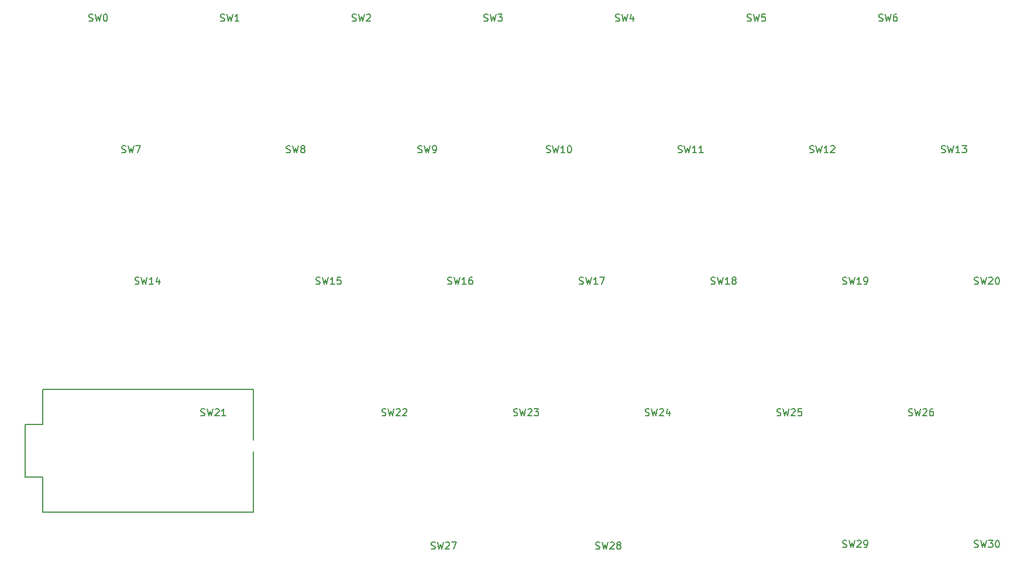
<source format=gto>
G04 #@! TF.GenerationSoftware,KiCad,Pcbnew,(5.0.0-3-g5ebb6b6)*
G04 #@! TF.CreationDate,2018-10-13T13:09:02+09:00*
G04 #@! TF.ProjectId,pakbd,70616B62642E6B696361645F70636200,1*
G04 #@! TF.SameCoordinates,Original*
G04 #@! TF.FileFunction,Legend,Top*
G04 #@! TF.FilePolarity,Positive*
%FSLAX46Y46*%
G04 Gerber Fmt 4.6, Leading zero omitted, Abs format (unit mm)*
G04 Created by KiCad (PCBNEW (5.0.0-3-g5ebb6b6)) date *
%MOMM*%
%LPD*%
G01*
G04 APERTURE LIST*
%ADD10C,0.150000*%
%ADD11C,2.160000*%
%ADD12C,4.400000*%
%ADD13C,3.400000*%
%ADD14R,16.900000X1.400000*%
%ADD15R,18.900000X1.400000*%
%ADD16C,3.600000*%
%ADD17C,1.797000*%
%ADD18C,2.000000*%
%ADD19R,2.000000X2.000000*%
%ADD20C,1.600000*%
%ADD21O,2.700000X1.900000*%
G04 APERTURE END LIST*
D10*
G04 #@! TO.C,U0*
X57610000Y-92060000D02*
X57610000Y-109840000D01*
X27130000Y-92060000D02*
X57610000Y-92060000D01*
X27130000Y-97140000D02*
X27130000Y-92060000D01*
X24590000Y-97140000D02*
X27130000Y-97140000D01*
X24590000Y-104760000D02*
X24590000Y-97140000D01*
X27130000Y-104760000D02*
X24590000Y-104760000D01*
X27130000Y-109840000D02*
X27130000Y-104760000D01*
X27130000Y-109840000D02*
X57610000Y-109840000D01*
G04 #@! TO.C,SW20*
X161957476Y-76818761D02*
X162100333Y-76866380D01*
X162338428Y-76866380D01*
X162433666Y-76818761D01*
X162481285Y-76771142D01*
X162528904Y-76675904D01*
X162528904Y-76580666D01*
X162481285Y-76485428D01*
X162433666Y-76437809D01*
X162338428Y-76390190D01*
X162147952Y-76342571D01*
X162052714Y-76294952D01*
X162005095Y-76247333D01*
X161957476Y-76152095D01*
X161957476Y-76056857D01*
X162005095Y-75961619D01*
X162052714Y-75914000D01*
X162147952Y-75866380D01*
X162386047Y-75866380D01*
X162528904Y-75914000D01*
X162862238Y-75866380D02*
X163100333Y-76866380D01*
X163290809Y-76152095D01*
X163481285Y-76866380D01*
X163719380Y-75866380D01*
X164052714Y-75961619D02*
X164100333Y-75914000D01*
X164195571Y-75866380D01*
X164433666Y-75866380D01*
X164528904Y-75914000D01*
X164576523Y-75961619D01*
X164624142Y-76056857D01*
X164624142Y-76152095D01*
X164576523Y-76294952D01*
X164005095Y-76866380D01*
X164624142Y-76866380D01*
X165243190Y-75866380D02*
X165338428Y-75866380D01*
X165433666Y-75914000D01*
X165481285Y-75961619D01*
X165528904Y-76056857D01*
X165576523Y-76247333D01*
X165576523Y-76485428D01*
X165528904Y-76675904D01*
X165481285Y-76771142D01*
X165433666Y-76818761D01*
X165338428Y-76866380D01*
X165243190Y-76866380D01*
X165147952Y-76818761D01*
X165100333Y-76771142D01*
X165052714Y-76675904D01*
X165005095Y-76485428D01*
X165005095Y-76247333D01*
X165052714Y-76056857D01*
X165100333Y-75961619D01*
X165147952Y-75914000D01*
X165243190Y-75866380D01*
G04 #@! TO.C,SW0*
X33846666Y-38718761D02*
X33989523Y-38766380D01*
X34227619Y-38766380D01*
X34322857Y-38718761D01*
X34370476Y-38671142D01*
X34418095Y-38575904D01*
X34418095Y-38480666D01*
X34370476Y-38385428D01*
X34322857Y-38337809D01*
X34227619Y-38290190D01*
X34037142Y-38242571D01*
X33941904Y-38194952D01*
X33894285Y-38147333D01*
X33846666Y-38052095D01*
X33846666Y-37956857D01*
X33894285Y-37861619D01*
X33941904Y-37814000D01*
X34037142Y-37766380D01*
X34275238Y-37766380D01*
X34418095Y-37814000D01*
X34751428Y-37766380D02*
X34989523Y-38766380D01*
X35180000Y-38052095D01*
X35370476Y-38766380D01*
X35608571Y-37766380D01*
X36180000Y-37766380D02*
X36275238Y-37766380D01*
X36370476Y-37814000D01*
X36418095Y-37861619D01*
X36465714Y-37956857D01*
X36513333Y-38147333D01*
X36513333Y-38385428D01*
X36465714Y-38575904D01*
X36418095Y-38671142D01*
X36370476Y-38718761D01*
X36275238Y-38766380D01*
X36180000Y-38766380D01*
X36084761Y-38718761D01*
X36037142Y-38671142D01*
X35989523Y-38575904D01*
X35941904Y-38385428D01*
X35941904Y-38147333D01*
X35989523Y-37956857D01*
X36037142Y-37861619D01*
X36084761Y-37814000D01*
X36180000Y-37766380D01*
G04 #@! TO.C,SW1*
X52896666Y-38718761D02*
X53039523Y-38766380D01*
X53277619Y-38766380D01*
X53372857Y-38718761D01*
X53420476Y-38671142D01*
X53468095Y-38575904D01*
X53468095Y-38480666D01*
X53420476Y-38385428D01*
X53372857Y-38337809D01*
X53277619Y-38290190D01*
X53087142Y-38242571D01*
X52991904Y-38194952D01*
X52944285Y-38147333D01*
X52896666Y-38052095D01*
X52896666Y-37956857D01*
X52944285Y-37861619D01*
X52991904Y-37814000D01*
X53087142Y-37766380D01*
X53325238Y-37766380D01*
X53468095Y-37814000D01*
X53801428Y-37766380D02*
X54039523Y-38766380D01*
X54230000Y-38052095D01*
X54420476Y-38766380D01*
X54658571Y-37766380D01*
X55563333Y-38766380D02*
X54991904Y-38766380D01*
X55277619Y-38766380D02*
X55277619Y-37766380D01*
X55182380Y-37909238D01*
X55087142Y-38004476D01*
X54991904Y-38052095D01*
G04 #@! TO.C,SW2*
X71946666Y-38718761D02*
X72089523Y-38766380D01*
X72327619Y-38766380D01*
X72422857Y-38718761D01*
X72470476Y-38671142D01*
X72518095Y-38575904D01*
X72518095Y-38480666D01*
X72470476Y-38385428D01*
X72422857Y-38337809D01*
X72327619Y-38290190D01*
X72137142Y-38242571D01*
X72041904Y-38194952D01*
X71994285Y-38147333D01*
X71946666Y-38052095D01*
X71946666Y-37956857D01*
X71994285Y-37861619D01*
X72041904Y-37814000D01*
X72137142Y-37766380D01*
X72375238Y-37766380D01*
X72518095Y-37814000D01*
X72851428Y-37766380D02*
X73089523Y-38766380D01*
X73280000Y-38052095D01*
X73470476Y-38766380D01*
X73708571Y-37766380D01*
X74041904Y-37861619D02*
X74089523Y-37814000D01*
X74184761Y-37766380D01*
X74422857Y-37766380D01*
X74518095Y-37814000D01*
X74565714Y-37861619D01*
X74613333Y-37956857D01*
X74613333Y-38052095D01*
X74565714Y-38194952D01*
X73994285Y-38766380D01*
X74613333Y-38766380D01*
G04 #@! TO.C,SW3*
X90996666Y-38718761D02*
X91139523Y-38766380D01*
X91377619Y-38766380D01*
X91472857Y-38718761D01*
X91520476Y-38671142D01*
X91568095Y-38575904D01*
X91568095Y-38480666D01*
X91520476Y-38385428D01*
X91472857Y-38337809D01*
X91377619Y-38290190D01*
X91187142Y-38242571D01*
X91091904Y-38194952D01*
X91044285Y-38147333D01*
X90996666Y-38052095D01*
X90996666Y-37956857D01*
X91044285Y-37861619D01*
X91091904Y-37814000D01*
X91187142Y-37766380D01*
X91425238Y-37766380D01*
X91568095Y-37814000D01*
X91901428Y-37766380D02*
X92139523Y-38766380D01*
X92330000Y-38052095D01*
X92520476Y-38766380D01*
X92758571Y-37766380D01*
X93044285Y-37766380D02*
X93663333Y-37766380D01*
X93330000Y-38147333D01*
X93472857Y-38147333D01*
X93568095Y-38194952D01*
X93615714Y-38242571D01*
X93663333Y-38337809D01*
X93663333Y-38575904D01*
X93615714Y-38671142D01*
X93568095Y-38718761D01*
X93472857Y-38766380D01*
X93187142Y-38766380D01*
X93091904Y-38718761D01*
X93044285Y-38671142D01*
G04 #@! TO.C,SW4*
X110046666Y-38718761D02*
X110189523Y-38766380D01*
X110427619Y-38766380D01*
X110522857Y-38718761D01*
X110570476Y-38671142D01*
X110618095Y-38575904D01*
X110618095Y-38480666D01*
X110570476Y-38385428D01*
X110522857Y-38337809D01*
X110427619Y-38290190D01*
X110237142Y-38242571D01*
X110141904Y-38194952D01*
X110094285Y-38147333D01*
X110046666Y-38052095D01*
X110046666Y-37956857D01*
X110094285Y-37861619D01*
X110141904Y-37814000D01*
X110237142Y-37766380D01*
X110475238Y-37766380D01*
X110618095Y-37814000D01*
X110951428Y-37766380D02*
X111189523Y-38766380D01*
X111380000Y-38052095D01*
X111570476Y-38766380D01*
X111808571Y-37766380D01*
X112618095Y-38099714D02*
X112618095Y-38766380D01*
X112380000Y-37718761D02*
X112141904Y-38433047D01*
X112760952Y-38433047D01*
G04 #@! TO.C,SW5*
X129096666Y-38718761D02*
X129239523Y-38766380D01*
X129477619Y-38766380D01*
X129572857Y-38718761D01*
X129620476Y-38671142D01*
X129668095Y-38575904D01*
X129668095Y-38480666D01*
X129620476Y-38385428D01*
X129572857Y-38337809D01*
X129477619Y-38290190D01*
X129287142Y-38242571D01*
X129191904Y-38194952D01*
X129144285Y-38147333D01*
X129096666Y-38052095D01*
X129096666Y-37956857D01*
X129144285Y-37861619D01*
X129191904Y-37814000D01*
X129287142Y-37766380D01*
X129525238Y-37766380D01*
X129668095Y-37814000D01*
X130001428Y-37766380D02*
X130239523Y-38766380D01*
X130430000Y-38052095D01*
X130620476Y-38766380D01*
X130858571Y-37766380D01*
X131715714Y-37766380D02*
X131239523Y-37766380D01*
X131191904Y-38242571D01*
X131239523Y-38194952D01*
X131334761Y-38147333D01*
X131572857Y-38147333D01*
X131668095Y-38194952D01*
X131715714Y-38242571D01*
X131763333Y-38337809D01*
X131763333Y-38575904D01*
X131715714Y-38671142D01*
X131668095Y-38718761D01*
X131572857Y-38766380D01*
X131334761Y-38766380D01*
X131239523Y-38718761D01*
X131191904Y-38671142D01*
G04 #@! TO.C,SW6*
X148146666Y-38718761D02*
X148289523Y-38766380D01*
X148527619Y-38766380D01*
X148622857Y-38718761D01*
X148670476Y-38671142D01*
X148718095Y-38575904D01*
X148718095Y-38480666D01*
X148670476Y-38385428D01*
X148622857Y-38337809D01*
X148527619Y-38290190D01*
X148337142Y-38242571D01*
X148241904Y-38194952D01*
X148194285Y-38147333D01*
X148146666Y-38052095D01*
X148146666Y-37956857D01*
X148194285Y-37861619D01*
X148241904Y-37814000D01*
X148337142Y-37766380D01*
X148575238Y-37766380D01*
X148718095Y-37814000D01*
X149051428Y-37766380D02*
X149289523Y-38766380D01*
X149480000Y-38052095D01*
X149670476Y-38766380D01*
X149908571Y-37766380D01*
X150718095Y-37766380D02*
X150527619Y-37766380D01*
X150432380Y-37814000D01*
X150384761Y-37861619D01*
X150289523Y-38004476D01*
X150241904Y-38194952D01*
X150241904Y-38575904D01*
X150289523Y-38671142D01*
X150337142Y-38718761D01*
X150432380Y-38766380D01*
X150622857Y-38766380D01*
X150718095Y-38718761D01*
X150765714Y-38671142D01*
X150813333Y-38575904D01*
X150813333Y-38337809D01*
X150765714Y-38242571D01*
X150718095Y-38194952D01*
X150622857Y-38147333D01*
X150432380Y-38147333D01*
X150337142Y-38194952D01*
X150289523Y-38242571D01*
X150241904Y-38337809D01*
G04 #@! TO.C,SW7*
X38609166Y-57768761D02*
X38752023Y-57816380D01*
X38990119Y-57816380D01*
X39085357Y-57768761D01*
X39132976Y-57721142D01*
X39180595Y-57625904D01*
X39180595Y-57530666D01*
X39132976Y-57435428D01*
X39085357Y-57387809D01*
X38990119Y-57340190D01*
X38799642Y-57292571D01*
X38704404Y-57244952D01*
X38656785Y-57197333D01*
X38609166Y-57102095D01*
X38609166Y-57006857D01*
X38656785Y-56911619D01*
X38704404Y-56864000D01*
X38799642Y-56816380D01*
X39037738Y-56816380D01*
X39180595Y-56864000D01*
X39513928Y-56816380D02*
X39752023Y-57816380D01*
X39942500Y-57102095D01*
X40132976Y-57816380D01*
X40371071Y-56816380D01*
X40656785Y-56816380D02*
X41323452Y-56816380D01*
X40894880Y-57816380D01*
G04 #@! TO.C,SW8*
X62421666Y-57768761D02*
X62564523Y-57816380D01*
X62802619Y-57816380D01*
X62897857Y-57768761D01*
X62945476Y-57721142D01*
X62993095Y-57625904D01*
X62993095Y-57530666D01*
X62945476Y-57435428D01*
X62897857Y-57387809D01*
X62802619Y-57340190D01*
X62612142Y-57292571D01*
X62516904Y-57244952D01*
X62469285Y-57197333D01*
X62421666Y-57102095D01*
X62421666Y-57006857D01*
X62469285Y-56911619D01*
X62516904Y-56864000D01*
X62612142Y-56816380D01*
X62850238Y-56816380D01*
X62993095Y-56864000D01*
X63326428Y-56816380D02*
X63564523Y-57816380D01*
X63755000Y-57102095D01*
X63945476Y-57816380D01*
X64183571Y-56816380D01*
X64707380Y-57244952D02*
X64612142Y-57197333D01*
X64564523Y-57149714D01*
X64516904Y-57054476D01*
X64516904Y-57006857D01*
X64564523Y-56911619D01*
X64612142Y-56864000D01*
X64707380Y-56816380D01*
X64897857Y-56816380D01*
X64993095Y-56864000D01*
X65040714Y-56911619D01*
X65088333Y-57006857D01*
X65088333Y-57054476D01*
X65040714Y-57149714D01*
X64993095Y-57197333D01*
X64897857Y-57244952D01*
X64707380Y-57244952D01*
X64612142Y-57292571D01*
X64564523Y-57340190D01*
X64516904Y-57435428D01*
X64516904Y-57625904D01*
X64564523Y-57721142D01*
X64612142Y-57768761D01*
X64707380Y-57816380D01*
X64897857Y-57816380D01*
X64993095Y-57768761D01*
X65040714Y-57721142D01*
X65088333Y-57625904D01*
X65088333Y-57435428D01*
X65040714Y-57340190D01*
X64993095Y-57292571D01*
X64897857Y-57244952D01*
G04 #@! TO.C,SW9*
X81471666Y-57768761D02*
X81614523Y-57816380D01*
X81852619Y-57816380D01*
X81947857Y-57768761D01*
X81995476Y-57721142D01*
X82043095Y-57625904D01*
X82043095Y-57530666D01*
X81995476Y-57435428D01*
X81947857Y-57387809D01*
X81852619Y-57340190D01*
X81662142Y-57292571D01*
X81566904Y-57244952D01*
X81519285Y-57197333D01*
X81471666Y-57102095D01*
X81471666Y-57006857D01*
X81519285Y-56911619D01*
X81566904Y-56864000D01*
X81662142Y-56816380D01*
X81900238Y-56816380D01*
X82043095Y-56864000D01*
X82376428Y-56816380D02*
X82614523Y-57816380D01*
X82805000Y-57102095D01*
X82995476Y-57816380D01*
X83233571Y-56816380D01*
X83662142Y-57816380D02*
X83852619Y-57816380D01*
X83947857Y-57768761D01*
X83995476Y-57721142D01*
X84090714Y-57578285D01*
X84138333Y-57387809D01*
X84138333Y-57006857D01*
X84090714Y-56911619D01*
X84043095Y-56864000D01*
X83947857Y-56816380D01*
X83757380Y-56816380D01*
X83662142Y-56864000D01*
X83614523Y-56911619D01*
X83566904Y-57006857D01*
X83566904Y-57244952D01*
X83614523Y-57340190D01*
X83662142Y-57387809D01*
X83757380Y-57435428D01*
X83947857Y-57435428D01*
X84043095Y-57387809D01*
X84090714Y-57340190D01*
X84138333Y-57244952D01*
G04 #@! TO.C,SW10*
X100045476Y-57768761D02*
X100188333Y-57816380D01*
X100426428Y-57816380D01*
X100521666Y-57768761D01*
X100569285Y-57721142D01*
X100616904Y-57625904D01*
X100616904Y-57530666D01*
X100569285Y-57435428D01*
X100521666Y-57387809D01*
X100426428Y-57340190D01*
X100235952Y-57292571D01*
X100140714Y-57244952D01*
X100093095Y-57197333D01*
X100045476Y-57102095D01*
X100045476Y-57006857D01*
X100093095Y-56911619D01*
X100140714Y-56864000D01*
X100235952Y-56816380D01*
X100474047Y-56816380D01*
X100616904Y-56864000D01*
X100950238Y-56816380D02*
X101188333Y-57816380D01*
X101378809Y-57102095D01*
X101569285Y-57816380D01*
X101807380Y-56816380D01*
X102712142Y-57816380D02*
X102140714Y-57816380D01*
X102426428Y-57816380D02*
X102426428Y-56816380D01*
X102331190Y-56959238D01*
X102235952Y-57054476D01*
X102140714Y-57102095D01*
X103331190Y-56816380D02*
X103426428Y-56816380D01*
X103521666Y-56864000D01*
X103569285Y-56911619D01*
X103616904Y-57006857D01*
X103664523Y-57197333D01*
X103664523Y-57435428D01*
X103616904Y-57625904D01*
X103569285Y-57721142D01*
X103521666Y-57768761D01*
X103426428Y-57816380D01*
X103331190Y-57816380D01*
X103235952Y-57768761D01*
X103188333Y-57721142D01*
X103140714Y-57625904D01*
X103093095Y-57435428D01*
X103093095Y-57197333D01*
X103140714Y-57006857D01*
X103188333Y-56911619D01*
X103235952Y-56864000D01*
X103331190Y-56816380D01*
G04 #@! TO.C,SW11*
X119095476Y-57768761D02*
X119238333Y-57816380D01*
X119476428Y-57816380D01*
X119571666Y-57768761D01*
X119619285Y-57721142D01*
X119666904Y-57625904D01*
X119666904Y-57530666D01*
X119619285Y-57435428D01*
X119571666Y-57387809D01*
X119476428Y-57340190D01*
X119285952Y-57292571D01*
X119190714Y-57244952D01*
X119143095Y-57197333D01*
X119095476Y-57102095D01*
X119095476Y-57006857D01*
X119143095Y-56911619D01*
X119190714Y-56864000D01*
X119285952Y-56816380D01*
X119524047Y-56816380D01*
X119666904Y-56864000D01*
X120000238Y-56816380D02*
X120238333Y-57816380D01*
X120428809Y-57102095D01*
X120619285Y-57816380D01*
X120857380Y-56816380D01*
X121762142Y-57816380D02*
X121190714Y-57816380D01*
X121476428Y-57816380D02*
X121476428Y-56816380D01*
X121381190Y-56959238D01*
X121285952Y-57054476D01*
X121190714Y-57102095D01*
X122714523Y-57816380D02*
X122143095Y-57816380D01*
X122428809Y-57816380D02*
X122428809Y-56816380D01*
X122333571Y-56959238D01*
X122238333Y-57054476D01*
X122143095Y-57102095D01*
G04 #@! TO.C,SW12*
X138145476Y-57768761D02*
X138288333Y-57816380D01*
X138526428Y-57816380D01*
X138621666Y-57768761D01*
X138669285Y-57721142D01*
X138716904Y-57625904D01*
X138716904Y-57530666D01*
X138669285Y-57435428D01*
X138621666Y-57387809D01*
X138526428Y-57340190D01*
X138335952Y-57292571D01*
X138240714Y-57244952D01*
X138193095Y-57197333D01*
X138145476Y-57102095D01*
X138145476Y-57006857D01*
X138193095Y-56911619D01*
X138240714Y-56864000D01*
X138335952Y-56816380D01*
X138574047Y-56816380D01*
X138716904Y-56864000D01*
X139050238Y-56816380D02*
X139288333Y-57816380D01*
X139478809Y-57102095D01*
X139669285Y-57816380D01*
X139907380Y-56816380D01*
X140812142Y-57816380D02*
X140240714Y-57816380D01*
X140526428Y-57816380D02*
X140526428Y-56816380D01*
X140431190Y-56959238D01*
X140335952Y-57054476D01*
X140240714Y-57102095D01*
X141193095Y-56911619D02*
X141240714Y-56864000D01*
X141335952Y-56816380D01*
X141574047Y-56816380D01*
X141669285Y-56864000D01*
X141716904Y-56911619D01*
X141764523Y-57006857D01*
X141764523Y-57102095D01*
X141716904Y-57244952D01*
X141145476Y-57816380D01*
X141764523Y-57816380D01*
G04 #@! TO.C,SW13*
X157195476Y-57768761D02*
X157338333Y-57816380D01*
X157576428Y-57816380D01*
X157671666Y-57768761D01*
X157719285Y-57721142D01*
X157766904Y-57625904D01*
X157766904Y-57530666D01*
X157719285Y-57435428D01*
X157671666Y-57387809D01*
X157576428Y-57340190D01*
X157385952Y-57292571D01*
X157290714Y-57244952D01*
X157243095Y-57197333D01*
X157195476Y-57102095D01*
X157195476Y-57006857D01*
X157243095Y-56911619D01*
X157290714Y-56864000D01*
X157385952Y-56816380D01*
X157624047Y-56816380D01*
X157766904Y-56864000D01*
X158100238Y-56816380D02*
X158338333Y-57816380D01*
X158528809Y-57102095D01*
X158719285Y-57816380D01*
X158957380Y-56816380D01*
X159862142Y-57816380D02*
X159290714Y-57816380D01*
X159576428Y-57816380D02*
X159576428Y-56816380D01*
X159481190Y-56959238D01*
X159385952Y-57054476D01*
X159290714Y-57102095D01*
X160195476Y-56816380D02*
X160814523Y-56816380D01*
X160481190Y-57197333D01*
X160624047Y-57197333D01*
X160719285Y-57244952D01*
X160766904Y-57292571D01*
X160814523Y-57387809D01*
X160814523Y-57625904D01*
X160766904Y-57721142D01*
X160719285Y-57768761D01*
X160624047Y-57816380D01*
X160338333Y-57816380D01*
X160243095Y-57768761D01*
X160195476Y-57721142D01*
G04 #@! TO.C,SW14*
X40514226Y-76818761D02*
X40657083Y-76866380D01*
X40895178Y-76866380D01*
X40990416Y-76818761D01*
X41038035Y-76771142D01*
X41085654Y-76675904D01*
X41085654Y-76580666D01*
X41038035Y-76485428D01*
X40990416Y-76437809D01*
X40895178Y-76390190D01*
X40704702Y-76342571D01*
X40609464Y-76294952D01*
X40561845Y-76247333D01*
X40514226Y-76152095D01*
X40514226Y-76056857D01*
X40561845Y-75961619D01*
X40609464Y-75914000D01*
X40704702Y-75866380D01*
X40942797Y-75866380D01*
X41085654Y-75914000D01*
X41418988Y-75866380D02*
X41657083Y-76866380D01*
X41847559Y-76152095D01*
X42038035Y-76866380D01*
X42276130Y-75866380D01*
X43180892Y-76866380D02*
X42609464Y-76866380D01*
X42895178Y-76866380D02*
X42895178Y-75866380D01*
X42799940Y-76009238D01*
X42704702Y-76104476D01*
X42609464Y-76152095D01*
X44038035Y-76199714D02*
X44038035Y-76866380D01*
X43799940Y-75818761D02*
X43561845Y-76533047D01*
X44180892Y-76533047D01*
G04 #@! TO.C,SW15*
X66707476Y-76818761D02*
X66850333Y-76866380D01*
X67088428Y-76866380D01*
X67183666Y-76818761D01*
X67231285Y-76771142D01*
X67278904Y-76675904D01*
X67278904Y-76580666D01*
X67231285Y-76485428D01*
X67183666Y-76437809D01*
X67088428Y-76390190D01*
X66897952Y-76342571D01*
X66802714Y-76294952D01*
X66755095Y-76247333D01*
X66707476Y-76152095D01*
X66707476Y-76056857D01*
X66755095Y-75961619D01*
X66802714Y-75914000D01*
X66897952Y-75866380D01*
X67136047Y-75866380D01*
X67278904Y-75914000D01*
X67612238Y-75866380D02*
X67850333Y-76866380D01*
X68040809Y-76152095D01*
X68231285Y-76866380D01*
X68469380Y-75866380D01*
X69374142Y-76866380D02*
X68802714Y-76866380D01*
X69088428Y-76866380D02*
X69088428Y-75866380D01*
X68993190Y-76009238D01*
X68897952Y-76104476D01*
X68802714Y-76152095D01*
X70278904Y-75866380D02*
X69802714Y-75866380D01*
X69755095Y-76342571D01*
X69802714Y-76294952D01*
X69897952Y-76247333D01*
X70136047Y-76247333D01*
X70231285Y-76294952D01*
X70278904Y-76342571D01*
X70326523Y-76437809D01*
X70326523Y-76675904D01*
X70278904Y-76771142D01*
X70231285Y-76818761D01*
X70136047Y-76866380D01*
X69897952Y-76866380D01*
X69802714Y-76818761D01*
X69755095Y-76771142D01*
G04 #@! TO.C,SW16*
X85757476Y-76818761D02*
X85900333Y-76866380D01*
X86138428Y-76866380D01*
X86233666Y-76818761D01*
X86281285Y-76771142D01*
X86328904Y-76675904D01*
X86328904Y-76580666D01*
X86281285Y-76485428D01*
X86233666Y-76437809D01*
X86138428Y-76390190D01*
X85947952Y-76342571D01*
X85852714Y-76294952D01*
X85805095Y-76247333D01*
X85757476Y-76152095D01*
X85757476Y-76056857D01*
X85805095Y-75961619D01*
X85852714Y-75914000D01*
X85947952Y-75866380D01*
X86186047Y-75866380D01*
X86328904Y-75914000D01*
X86662238Y-75866380D02*
X86900333Y-76866380D01*
X87090809Y-76152095D01*
X87281285Y-76866380D01*
X87519380Y-75866380D01*
X88424142Y-76866380D02*
X87852714Y-76866380D01*
X88138428Y-76866380D02*
X88138428Y-75866380D01*
X88043190Y-76009238D01*
X87947952Y-76104476D01*
X87852714Y-76152095D01*
X89281285Y-75866380D02*
X89090809Y-75866380D01*
X88995571Y-75914000D01*
X88947952Y-75961619D01*
X88852714Y-76104476D01*
X88805095Y-76294952D01*
X88805095Y-76675904D01*
X88852714Y-76771142D01*
X88900333Y-76818761D01*
X88995571Y-76866380D01*
X89186047Y-76866380D01*
X89281285Y-76818761D01*
X89328904Y-76771142D01*
X89376523Y-76675904D01*
X89376523Y-76437809D01*
X89328904Y-76342571D01*
X89281285Y-76294952D01*
X89186047Y-76247333D01*
X88995571Y-76247333D01*
X88900333Y-76294952D01*
X88852714Y-76342571D01*
X88805095Y-76437809D01*
G04 #@! TO.C,SW17*
X104807476Y-76818761D02*
X104950333Y-76866380D01*
X105188428Y-76866380D01*
X105283666Y-76818761D01*
X105331285Y-76771142D01*
X105378904Y-76675904D01*
X105378904Y-76580666D01*
X105331285Y-76485428D01*
X105283666Y-76437809D01*
X105188428Y-76390190D01*
X104997952Y-76342571D01*
X104902714Y-76294952D01*
X104855095Y-76247333D01*
X104807476Y-76152095D01*
X104807476Y-76056857D01*
X104855095Y-75961619D01*
X104902714Y-75914000D01*
X104997952Y-75866380D01*
X105236047Y-75866380D01*
X105378904Y-75914000D01*
X105712238Y-75866380D02*
X105950333Y-76866380D01*
X106140809Y-76152095D01*
X106331285Y-76866380D01*
X106569380Y-75866380D01*
X107474142Y-76866380D02*
X106902714Y-76866380D01*
X107188428Y-76866380D02*
X107188428Y-75866380D01*
X107093190Y-76009238D01*
X106997952Y-76104476D01*
X106902714Y-76152095D01*
X107807476Y-75866380D02*
X108474142Y-75866380D01*
X108045571Y-76866380D01*
G04 #@! TO.C,SW18*
X123857476Y-76818761D02*
X124000333Y-76866380D01*
X124238428Y-76866380D01*
X124333666Y-76818761D01*
X124381285Y-76771142D01*
X124428904Y-76675904D01*
X124428904Y-76580666D01*
X124381285Y-76485428D01*
X124333666Y-76437809D01*
X124238428Y-76390190D01*
X124047952Y-76342571D01*
X123952714Y-76294952D01*
X123905095Y-76247333D01*
X123857476Y-76152095D01*
X123857476Y-76056857D01*
X123905095Y-75961619D01*
X123952714Y-75914000D01*
X124047952Y-75866380D01*
X124286047Y-75866380D01*
X124428904Y-75914000D01*
X124762238Y-75866380D02*
X125000333Y-76866380D01*
X125190809Y-76152095D01*
X125381285Y-76866380D01*
X125619380Y-75866380D01*
X126524142Y-76866380D02*
X125952714Y-76866380D01*
X126238428Y-76866380D02*
X126238428Y-75866380D01*
X126143190Y-76009238D01*
X126047952Y-76104476D01*
X125952714Y-76152095D01*
X127095571Y-76294952D02*
X127000333Y-76247333D01*
X126952714Y-76199714D01*
X126905095Y-76104476D01*
X126905095Y-76056857D01*
X126952714Y-75961619D01*
X127000333Y-75914000D01*
X127095571Y-75866380D01*
X127286047Y-75866380D01*
X127381285Y-75914000D01*
X127428904Y-75961619D01*
X127476523Y-76056857D01*
X127476523Y-76104476D01*
X127428904Y-76199714D01*
X127381285Y-76247333D01*
X127286047Y-76294952D01*
X127095571Y-76294952D01*
X127000333Y-76342571D01*
X126952714Y-76390190D01*
X126905095Y-76485428D01*
X126905095Y-76675904D01*
X126952714Y-76771142D01*
X127000333Y-76818761D01*
X127095571Y-76866380D01*
X127286047Y-76866380D01*
X127381285Y-76818761D01*
X127428904Y-76771142D01*
X127476523Y-76675904D01*
X127476523Y-76485428D01*
X127428904Y-76390190D01*
X127381285Y-76342571D01*
X127286047Y-76294952D01*
G04 #@! TO.C,SW19*
X142907476Y-76818761D02*
X143050333Y-76866380D01*
X143288428Y-76866380D01*
X143383666Y-76818761D01*
X143431285Y-76771142D01*
X143478904Y-76675904D01*
X143478904Y-76580666D01*
X143431285Y-76485428D01*
X143383666Y-76437809D01*
X143288428Y-76390190D01*
X143097952Y-76342571D01*
X143002714Y-76294952D01*
X142955095Y-76247333D01*
X142907476Y-76152095D01*
X142907476Y-76056857D01*
X142955095Y-75961619D01*
X143002714Y-75914000D01*
X143097952Y-75866380D01*
X143336047Y-75866380D01*
X143478904Y-75914000D01*
X143812238Y-75866380D02*
X144050333Y-76866380D01*
X144240809Y-76152095D01*
X144431285Y-76866380D01*
X144669380Y-75866380D01*
X145574142Y-76866380D02*
X145002714Y-76866380D01*
X145288428Y-76866380D02*
X145288428Y-75866380D01*
X145193190Y-76009238D01*
X145097952Y-76104476D01*
X145002714Y-76152095D01*
X146050333Y-76866380D02*
X146240809Y-76866380D01*
X146336047Y-76818761D01*
X146383666Y-76771142D01*
X146478904Y-76628285D01*
X146526523Y-76437809D01*
X146526523Y-76056857D01*
X146478904Y-75961619D01*
X146431285Y-75914000D01*
X146336047Y-75866380D01*
X146145571Y-75866380D01*
X146050333Y-75914000D01*
X146002714Y-75961619D01*
X145955095Y-76056857D01*
X145955095Y-76294952D01*
X146002714Y-76390190D01*
X146050333Y-76437809D01*
X146145571Y-76485428D01*
X146336047Y-76485428D01*
X146431285Y-76437809D01*
X146478904Y-76390190D01*
X146526523Y-76294952D01*
G04 #@! TO.C,SW21*
X50033476Y-95868761D02*
X50176333Y-95916380D01*
X50414428Y-95916380D01*
X50509666Y-95868761D01*
X50557285Y-95821142D01*
X50604904Y-95725904D01*
X50604904Y-95630666D01*
X50557285Y-95535428D01*
X50509666Y-95487809D01*
X50414428Y-95440190D01*
X50223952Y-95392571D01*
X50128714Y-95344952D01*
X50081095Y-95297333D01*
X50033476Y-95202095D01*
X50033476Y-95106857D01*
X50081095Y-95011619D01*
X50128714Y-94964000D01*
X50223952Y-94916380D01*
X50462047Y-94916380D01*
X50604904Y-94964000D01*
X50938238Y-94916380D02*
X51176333Y-95916380D01*
X51366809Y-95202095D01*
X51557285Y-95916380D01*
X51795380Y-94916380D01*
X52128714Y-95011619D02*
X52176333Y-94964000D01*
X52271571Y-94916380D01*
X52509666Y-94916380D01*
X52604904Y-94964000D01*
X52652523Y-95011619D01*
X52700142Y-95106857D01*
X52700142Y-95202095D01*
X52652523Y-95344952D01*
X52081095Y-95916380D01*
X52700142Y-95916380D01*
X53652523Y-95916380D02*
X53081095Y-95916380D01*
X53366809Y-95916380D02*
X53366809Y-94916380D01*
X53271571Y-95059238D01*
X53176333Y-95154476D01*
X53081095Y-95202095D01*
G04 #@! TO.C,SW22*
X76232476Y-95868761D02*
X76375333Y-95916380D01*
X76613428Y-95916380D01*
X76708666Y-95868761D01*
X76756285Y-95821142D01*
X76803904Y-95725904D01*
X76803904Y-95630666D01*
X76756285Y-95535428D01*
X76708666Y-95487809D01*
X76613428Y-95440190D01*
X76422952Y-95392571D01*
X76327714Y-95344952D01*
X76280095Y-95297333D01*
X76232476Y-95202095D01*
X76232476Y-95106857D01*
X76280095Y-95011619D01*
X76327714Y-94964000D01*
X76422952Y-94916380D01*
X76661047Y-94916380D01*
X76803904Y-94964000D01*
X77137238Y-94916380D02*
X77375333Y-95916380D01*
X77565809Y-95202095D01*
X77756285Y-95916380D01*
X77994380Y-94916380D01*
X78327714Y-95011619D02*
X78375333Y-94964000D01*
X78470571Y-94916380D01*
X78708666Y-94916380D01*
X78803904Y-94964000D01*
X78851523Y-95011619D01*
X78899142Y-95106857D01*
X78899142Y-95202095D01*
X78851523Y-95344952D01*
X78280095Y-95916380D01*
X78899142Y-95916380D01*
X79280095Y-95011619D02*
X79327714Y-94964000D01*
X79422952Y-94916380D01*
X79661047Y-94916380D01*
X79756285Y-94964000D01*
X79803904Y-95011619D01*
X79851523Y-95106857D01*
X79851523Y-95202095D01*
X79803904Y-95344952D01*
X79232476Y-95916380D01*
X79851523Y-95916380D01*
G04 #@! TO.C,SW23*
X95282476Y-95868761D02*
X95425333Y-95916380D01*
X95663428Y-95916380D01*
X95758666Y-95868761D01*
X95806285Y-95821142D01*
X95853904Y-95725904D01*
X95853904Y-95630666D01*
X95806285Y-95535428D01*
X95758666Y-95487809D01*
X95663428Y-95440190D01*
X95472952Y-95392571D01*
X95377714Y-95344952D01*
X95330095Y-95297333D01*
X95282476Y-95202095D01*
X95282476Y-95106857D01*
X95330095Y-95011619D01*
X95377714Y-94964000D01*
X95472952Y-94916380D01*
X95711047Y-94916380D01*
X95853904Y-94964000D01*
X96187238Y-94916380D02*
X96425333Y-95916380D01*
X96615809Y-95202095D01*
X96806285Y-95916380D01*
X97044380Y-94916380D01*
X97377714Y-95011619D02*
X97425333Y-94964000D01*
X97520571Y-94916380D01*
X97758666Y-94916380D01*
X97853904Y-94964000D01*
X97901523Y-95011619D01*
X97949142Y-95106857D01*
X97949142Y-95202095D01*
X97901523Y-95344952D01*
X97330095Y-95916380D01*
X97949142Y-95916380D01*
X98282476Y-94916380D02*
X98901523Y-94916380D01*
X98568190Y-95297333D01*
X98711047Y-95297333D01*
X98806285Y-95344952D01*
X98853904Y-95392571D01*
X98901523Y-95487809D01*
X98901523Y-95725904D01*
X98853904Y-95821142D01*
X98806285Y-95868761D01*
X98711047Y-95916380D01*
X98425333Y-95916380D01*
X98330095Y-95868761D01*
X98282476Y-95821142D01*
G04 #@! TO.C,SW24*
X114332476Y-95868761D02*
X114475333Y-95916380D01*
X114713428Y-95916380D01*
X114808666Y-95868761D01*
X114856285Y-95821142D01*
X114903904Y-95725904D01*
X114903904Y-95630666D01*
X114856285Y-95535428D01*
X114808666Y-95487809D01*
X114713428Y-95440190D01*
X114522952Y-95392571D01*
X114427714Y-95344952D01*
X114380095Y-95297333D01*
X114332476Y-95202095D01*
X114332476Y-95106857D01*
X114380095Y-95011619D01*
X114427714Y-94964000D01*
X114522952Y-94916380D01*
X114761047Y-94916380D01*
X114903904Y-94964000D01*
X115237238Y-94916380D02*
X115475333Y-95916380D01*
X115665809Y-95202095D01*
X115856285Y-95916380D01*
X116094380Y-94916380D01*
X116427714Y-95011619D02*
X116475333Y-94964000D01*
X116570571Y-94916380D01*
X116808666Y-94916380D01*
X116903904Y-94964000D01*
X116951523Y-95011619D01*
X116999142Y-95106857D01*
X116999142Y-95202095D01*
X116951523Y-95344952D01*
X116380095Y-95916380D01*
X116999142Y-95916380D01*
X117856285Y-95249714D02*
X117856285Y-95916380D01*
X117618190Y-94868761D02*
X117380095Y-95583047D01*
X117999142Y-95583047D01*
G04 #@! TO.C,SW25*
X133382476Y-95868761D02*
X133525333Y-95916380D01*
X133763428Y-95916380D01*
X133858666Y-95868761D01*
X133906285Y-95821142D01*
X133953904Y-95725904D01*
X133953904Y-95630666D01*
X133906285Y-95535428D01*
X133858666Y-95487809D01*
X133763428Y-95440190D01*
X133572952Y-95392571D01*
X133477714Y-95344952D01*
X133430095Y-95297333D01*
X133382476Y-95202095D01*
X133382476Y-95106857D01*
X133430095Y-95011619D01*
X133477714Y-94964000D01*
X133572952Y-94916380D01*
X133811047Y-94916380D01*
X133953904Y-94964000D01*
X134287238Y-94916380D02*
X134525333Y-95916380D01*
X134715809Y-95202095D01*
X134906285Y-95916380D01*
X135144380Y-94916380D01*
X135477714Y-95011619D02*
X135525333Y-94964000D01*
X135620571Y-94916380D01*
X135858666Y-94916380D01*
X135953904Y-94964000D01*
X136001523Y-95011619D01*
X136049142Y-95106857D01*
X136049142Y-95202095D01*
X136001523Y-95344952D01*
X135430095Y-95916380D01*
X136049142Y-95916380D01*
X136953904Y-94916380D02*
X136477714Y-94916380D01*
X136430095Y-95392571D01*
X136477714Y-95344952D01*
X136572952Y-95297333D01*
X136811047Y-95297333D01*
X136906285Y-95344952D01*
X136953904Y-95392571D01*
X137001523Y-95487809D01*
X137001523Y-95725904D01*
X136953904Y-95821142D01*
X136906285Y-95868761D01*
X136811047Y-95916380D01*
X136572952Y-95916380D01*
X136477714Y-95868761D01*
X136430095Y-95821142D01*
G04 #@! TO.C,SW26*
X152432476Y-95868761D02*
X152575333Y-95916380D01*
X152813428Y-95916380D01*
X152908666Y-95868761D01*
X152956285Y-95821142D01*
X153003904Y-95725904D01*
X153003904Y-95630666D01*
X152956285Y-95535428D01*
X152908666Y-95487809D01*
X152813428Y-95440190D01*
X152622952Y-95392571D01*
X152527714Y-95344952D01*
X152480095Y-95297333D01*
X152432476Y-95202095D01*
X152432476Y-95106857D01*
X152480095Y-95011619D01*
X152527714Y-94964000D01*
X152622952Y-94916380D01*
X152861047Y-94916380D01*
X153003904Y-94964000D01*
X153337238Y-94916380D02*
X153575333Y-95916380D01*
X153765809Y-95202095D01*
X153956285Y-95916380D01*
X154194380Y-94916380D01*
X154527714Y-95011619D02*
X154575333Y-94964000D01*
X154670571Y-94916380D01*
X154908666Y-94916380D01*
X155003904Y-94964000D01*
X155051523Y-95011619D01*
X155099142Y-95106857D01*
X155099142Y-95202095D01*
X155051523Y-95344952D01*
X154480095Y-95916380D01*
X155099142Y-95916380D01*
X155956285Y-94916380D02*
X155765809Y-94916380D01*
X155670571Y-94964000D01*
X155622952Y-95011619D01*
X155527714Y-95154476D01*
X155480095Y-95344952D01*
X155480095Y-95725904D01*
X155527714Y-95821142D01*
X155575333Y-95868761D01*
X155670571Y-95916380D01*
X155861047Y-95916380D01*
X155956285Y-95868761D01*
X156003904Y-95821142D01*
X156051523Y-95725904D01*
X156051523Y-95487809D01*
X156003904Y-95392571D01*
X155956285Y-95344952D01*
X155861047Y-95297333D01*
X155670571Y-95297333D01*
X155575333Y-95344952D01*
X155527714Y-95392571D01*
X155480095Y-95487809D01*
G04 #@! TO.C,SW27*
X83376226Y-115172761D02*
X83519083Y-115220380D01*
X83757178Y-115220380D01*
X83852416Y-115172761D01*
X83900035Y-115125142D01*
X83947654Y-115029904D01*
X83947654Y-114934666D01*
X83900035Y-114839428D01*
X83852416Y-114791809D01*
X83757178Y-114744190D01*
X83566702Y-114696571D01*
X83471464Y-114648952D01*
X83423845Y-114601333D01*
X83376226Y-114506095D01*
X83376226Y-114410857D01*
X83423845Y-114315619D01*
X83471464Y-114268000D01*
X83566702Y-114220380D01*
X83804797Y-114220380D01*
X83947654Y-114268000D01*
X84280988Y-114220380D02*
X84519083Y-115220380D01*
X84709559Y-114506095D01*
X84900035Y-115220380D01*
X85138130Y-114220380D01*
X85471464Y-114315619D02*
X85519083Y-114268000D01*
X85614321Y-114220380D01*
X85852416Y-114220380D01*
X85947654Y-114268000D01*
X85995273Y-114315619D01*
X86042892Y-114410857D01*
X86042892Y-114506095D01*
X85995273Y-114648952D01*
X85423845Y-115220380D01*
X86042892Y-115220380D01*
X86376226Y-114220380D02*
X87042892Y-114220380D01*
X86614321Y-115220380D01*
G04 #@! TO.C,SW28*
X107188726Y-115172761D02*
X107331583Y-115220380D01*
X107569678Y-115220380D01*
X107664916Y-115172761D01*
X107712535Y-115125142D01*
X107760154Y-115029904D01*
X107760154Y-114934666D01*
X107712535Y-114839428D01*
X107664916Y-114791809D01*
X107569678Y-114744190D01*
X107379202Y-114696571D01*
X107283964Y-114648952D01*
X107236345Y-114601333D01*
X107188726Y-114506095D01*
X107188726Y-114410857D01*
X107236345Y-114315619D01*
X107283964Y-114268000D01*
X107379202Y-114220380D01*
X107617297Y-114220380D01*
X107760154Y-114268000D01*
X108093488Y-114220380D02*
X108331583Y-115220380D01*
X108522059Y-114506095D01*
X108712535Y-115220380D01*
X108950630Y-114220380D01*
X109283964Y-114315619D02*
X109331583Y-114268000D01*
X109426821Y-114220380D01*
X109664916Y-114220380D01*
X109760154Y-114268000D01*
X109807773Y-114315619D01*
X109855392Y-114410857D01*
X109855392Y-114506095D01*
X109807773Y-114648952D01*
X109236345Y-115220380D01*
X109855392Y-115220380D01*
X110426821Y-114648952D02*
X110331583Y-114601333D01*
X110283964Y-114553714D01*
X110236345Y-114458476D01*
X110236345Y-114410857D01*
X110283964Y-114315619D01*
X110331583Y-114268000D01*
X110426821Y-114220380D01*
X110617297Y-114220380D01*
X110712535Y-114268000D01*
X110760154Y-114315619D01*
X110807773Y-114410857D01*
X110807773Y-114458476D01*
X110760154Y-114553714D01*
X110712535Y-114601333D01*
X110617297Y-114648952D01*
X110426821Y-114648952D01*
X110331583Y-114696571D01*
X110283964Y-114744190D01*
X110236345Y-114839428D01*
X110236345Y-115029904D01*
X110283964Y-115125142D01*
X110331583Y-115172761D01*
X110426821Y-115220380D01*
X110617297Y-115220380D01*
X110712535Y-115172761D01*
X110760154Y-115125142D01*
X110807773Y-115029904D01*
X110807773Y-114839428D01*
X110760154Y-114744190D01*
X110712535Y-114696571D01*
X110617297Y-114648952D01*
G04 #@! TO.C,SW29*
X142907476Y-114918761D02*
X143050333Y-114966380D01*
X143288428Y-114966380D01*
X143383666Y-114918761D01*
X143431285Y-114871142D01*
X143478904Y-114775904D01*
X143478904Y-114680666D01*
X143431285Y-114585428D01*
X143383666Y-114537809D01*
X143288428Y-114490190D01*
X143097952Y-114442571D01*
X143002714Y-114394952D01*
X142955095Y-114347333D01*
X142907476Y-114252095D01*
X142907476Y-114156857D01*
X142955095Y-114061619D01*
X143002714Y-114014000D01*
X143097952Y-113966380D01*
X143336047Y-113966380D01*
X143478904Y-114014000D01*
X143812238Y-113966380D02*
X144050333Y-114966380D01*
X144240809Y-114252095D01*
X144431285Y-114966380D01*
X144669380Y-113966380D01*
X145002714Y-114061619D02*
X145050333Y-114014000D01*
X145145571Y-113966380D01*
X145383666Y-113966380D01*
X145478904Y-114014000D01*
X145526523Y-114061619D01*
X145574142Y-114156857D01*
X145574142Y-114252095D01*
X145526523Y-114394952D01*
X144955095Y-114966380D01*
X145574142Y-114966380D01*
X146050333Y-114966380D02*
X146240809Y-114966380D01*
X146336047Y-114918761D01*
X146383666Y-114871142D01*
X146478904Y-114728285D01*
X146526523Y-114537809D01*
X146526523Y-114156857D01*
X146478904Y-114061619D01*
X146431285Y-114014000D01*
X146336047Y-113966380D01*
X146145571Y-113966380D01*
X146050333Y-114014000D01*
X146002714Y-114061619D01*
X145955095Y-114156857D01*
X145955095Y-114394952D01*
X146002714Y-114490190D01*
X146050333Y-114537809D01*
X146145571Y-114585428D01*
X146336047Y-114585428D01*
X146431285Y-114537809D01*
X146478904Y-114490190D01*
X146526523Y-114394952D01*
G04 #@! TO.C,SW30*
X161957476Y-114918761D02*
X162100333Y-114966380D01*
X162338428Y-114966380D01*
X162433666Y-114918761D01*
X162481285Y-114871142D01*
X162528904Y-114775904D01*
X162528904Y-114680666D01*
X162481285Y-114585428D01*
X162433666Y-114537809D01*
X162338428Y-114490190D01*
X162147952Y-114442571D01*
X162052714Y-114394952D01*
X162005095Y-114347333D01*
X161957476Y-114252095D01*
X161957476Y-114156857D01*
X162005095Y-114061619D01*
X162052714Y-114014000D01*
X162147952Y-113966380D01*
X162386047Y-113966380D01*
X162528904Y-114014000D01*
X162862238Y-113966380D02*
X163100333Y-114966380D01*
X163290809Y-114252095D01*
X163481285Y-114966380D01*
X163719380Y-113966380D01*
X164005095Y-113966380D02*
X164624142Y-113966380D01*
X164290809Y-114347333D01*
X164433666Y-114347333D01*
X164528904Y-114394952D01*
X164576523Y-114442571D01*
X164624142Y-114537809D01*
X164624142Y-114775904D01*
X164576523Y-114871142D01*
X164528904Y-114918761D01*
X164433666Y-114966380D01*
X164147952Y-114966380D01*
X164052714Y-114918761D01*
X164005095Y-114871142D01*
X165243190Y-113966380D02*
X165338428Y-113966380D01*
X165433666Y-114014000D01*
X165481285Y-114061619D01*
X165528904Y-114156857D01*
X165576523Y-114347333D01*
X165576523Y-114585428D01*
X165528904Y-114775904D01*
X165481285Y-114871142D01*
X165433666Y-114918761D01*
X165338428Y-114966380D01*
X165243190Y-114966380D01*
X165147952Y-114918761D01*
X165100333Y-114871142D01*
X165052714Y-114775904D01*
X165005095Y-114585428D01*
X165005095Y-114347333D01*
X165052714Y-114156857D01*
X165100333Y-114061619D01*
X165147952Y-114014000D01*
X165243190Y-113966380D01*
G04 #@! TD*
%LPC*%
D11*
G04 #@! TO.C,SW20*
X158687000Y-81240000D03*
X168847000Y-81240000D03*
D12*
X163767000Y-81240000D03*
D13*
X167577000Y-83780000D03*
X161227000Y-86320000D03*
G04 #@! TD*
D14*
G04 #@! TO.C,cr04*
X110029999Y-52240001D03*
G04 #@! TD*
G04 #@! TO.C,cr02*
X71929999Y-52240001D03*
G04 #@! TD*
D15*
G04 #@! TO.C,cr00*
X32824999Y-52240001D03*
G04 #@! TD*
D14*
G04 #@! TO.C,cr01*
X52879999Y-52240001D03*
G04 #@! TD*
G04 #@! TO.C,cr03*
X90979999Y-52240001D03*
G04 #@! TD*
G04 #@! TO.C,cr05*
X129079999Y-52240001D03*
G04 #@! TD*
G04 #@! TO.C,cr06*
X148129999Y-52240001D03*
G04 #@! TD*
D16*
G04 #@! TO.C,h01*
X156740000Y-32890000D03*
G04 #@! TD*
G04 #@! TO.C,h00*
X25920000Y-32880000D03*
G04 #@! TD*
G04 #@! TO.C,h07*
X171050000Y-129610000D03*
G04 #@! TD*
G04 #@! TO.C,h06*
X25920000Y-129590000D03*
G04 #@! TD*
G04 #@! TO.C,h04*
X68510000Y-90770000D03*
G04 #@! TD*
G04 #@! TO.C,h05*
X144710000Y-90780000D03*
G04 #@! TD*
G04 #@! TO.C,h03*
X149480000Y-54930000D03*
G04 #@! TD*
G04 #@! TO.C,h02*
X25900000Y-54930000D03*
G04 #@! TD*
D11*
G04 #@! TO.C,SW0*
X30100000Y-43140000D03*
X40260000Y-43140000D03*
D12*
X35180000Y-43140000D03*
D13*
X38990000Y-45680000D03*
X32640000Y-48220000D03*
G04 #@! TD*
D11*
G04 #@! TO.C,SW1*
X49150000Y-43140000D03*
X59310000Y-43140000D03*
D12*
X54230000Y-43140000D03*
D13*
X58040000Y-45680000D03*
X51690000Y-48220000D03*
G04 #@! TD*
D11*
G04 #@! TO.C,SW2*
X68200000Y-43140000D03*
X78360000Y-43140000D03*
D12*
X73280000Y-43140000D03*
D13*
X77090000Y-45680000D03*
X70740000Y-48220000D03*
G04 #@! TD*
D11*
G04 #@! TO.C,SW3*
X87250000Y-43140000D03*
X97410000Y-43140000D03*
D12*
X92330000Y-43140000D03*
D13*
X96140000Y-45680000D03*
X89790000Y-48220000D03*
G04 #@! TD*
D11*
G04 #@! TO.C,SW4*
X106300000Y-43140000D03*
X116460000Y-43140000D03*
D12*
X111380000Y-43140000D03*
D13*
X115190000Y-45680000D03*
X108840000Y-48220000D03*
G04 #@! TD*
D11*
G04 #@! TO.C,SW5*
X125350000Y-43140000D03*
X135510000Y-43140000D03*
D12*
X130430000Y-43140000D03*
D13*
X134240000Y-45680000D03*
X127890000Y-48220000D03*
G04 #@! TD*
D11*
G04 #@! TO.C,SW6*
X144400000Y-43140000D03*
X154560000Y-43140000D03*
D12*
X149480000Y-43140000D03*
D13*
X153290000Y-45680000D03*
X146940000Y-48220000D03*
G04 #@! TD*
D11*
G04 #@! TO.C,SW7*
X34862500Y-62190000D03*
X45022500Y-62190000D03*
D12*
X39942500Y-62190000D03*
D13*
X43752500Y-64730000D03*
X37402500Y-67270000D03*
G04 #@! TD*
D11*
G04 #@! TO.C,SW8*
X58675000Y-62190000D03*
X68835000Y-62190000D03*
D12*
X63755000Y-62190000D03*
D13*
X67565000Y-64730000D03*
X61215000Y-67270000D03*
G04 #@! TD*
D11*
G04 #@! TO.C,SW9*
X77725000Y-62190000D03*
X87885000Y-62190000D03*
D12*
X82805000Y-62190000D03*
D13*
X86615000Y-64730000D03*
X80265000Y-67270000D03*
G04 #@! TD*
D11*
G04 #@! TO.C,SW10*
X96775000Y-62190000D03*
X106935000Y-62190000D03*
D12*
X101855000Y-62190000D03*
D13*
X105665000Y-64730000D03*
X99315000Y-67270000D03*
G04 #@! TD*
D11*
G04 #@! TO.C,SW11*
X115825000Y-62190000D03*
X125985000Y-62190000D03*
D12*
X120905000Y-62190000D03*
D13*
X124715000Y-64730000D03*
X118365000Y-67270000D03*
G04 #@! TD*
D11*
G04 #@! TO.C,SW12*
X134875000Y-62190000D03*
X145035000Y-62190000D03*
D12*
X139955000Y-62190000D03*
D13*
X143765000Y-64730000D03*
X137415000Y-67270000D03*
G04 #@! TD*
D11*
G04 #@! TO.C,SW13*
X153925000Y-62190000D03*
X164085000Y-62190000D03*
D12*
X159005000Y-62190000D03*
D13*
X162815000Y-64730000D03*
X156465000Y-67270000D03*
G04 #@! TD*
D11*
G04 #@! TO.C,SW14*
X37243750Y-81240000D03*
X47403750Y-81240000D03*
D12*
X42323750Y-81240000D03*
D13*
X46133750Y-83780000D03*
X39783750Y-86320000D03*
G04 #@! TD*
D11*
G04 #@! TO.C,SW15*
X63437000Y-81240000D03*
X73597000Y-81240000D03*
D12*
X68517000Y-81240000D03*
D13*
X72327000Y-83780000D03*
X65977000Y-86320000D03*
G04 #@! TD*
D11*
G04 #@! TO.C,SW16*
X82487000Y-81240000D03*
X92647000Y-81240000D03*
D12*
X87567000Y-81240000D03*
D13*
X91377000Y-83780000D03*
X85027000Y-86320000D03*
G04 #@! TD*
D11*
G04 #@! TO.C,SW17*
X101537000Y-81240000D03*
X111697000Y-81240000D03*
D12*
X106617000Y-81240000D03*
D13*
X110427000Y-83780000D03*
X104077000Y-86320000D03*
G04 #@! TD*
D11*
G04 #@! TO.C,SW18*
X120587000Y-81240000D03*
X130747000Y-81240000D03*
D12*
X125667000Y-81240000D03*
D13*
X129477000Y-83780000D03*
X123127000Y-86320000D03*
G04 #@! TD*
D11*
G04 #@! TO.C,SW19*
X139637000Y-81240000D03*
X149797000Y-81240000D03*
D12*
X144717000Y-81240000D03*
D13*
X148527000Y-83780000D03*
X142177000Y-86320000D03*
G04 #@! TD*
D11*
G04 #@! TO.C,SW21*
X46763000Y-100290000D03*
X56923000Y-100290000D03*
D12*
X51843000Y-100290000D03*
D13*
X55653000Y-102830000D03*
X49303000Y-105370000D03*
G04 #@! TD*
D11*
G04 #@! TO.C,SW22*
X72962000Y-100290000D03*
X83122000Y-100290000D03*
D12*
X78042000Y-100290000D03*
D13*
X81852000Y-102830000D03*
X75502000Y-105370000D03*
G04 #@! TD*
D11*
G04 #@! TO.C,SW23*
X92012000Y-100290000D03*
X102172000Y-100290000D03*
D12*
X97092000Y-100290000D03*
D13*
X100902000Y-102830000D03*
X94552000Y-105370000D03*
G04 #@! TD*
D11*
G04 #@! TO.C,SW24*
X111062000Y-100290000D03*
X121222000Y-100290000D03*
D12*
X116142000Y-100290000D03*
D13*
X119952000Y-102830000D03*
X113602000Y-105370000D03*
G04 #@! TD*
D11*
G04 #@! TO.C,SW25*
X130112000Y-100290000D03*
X140272000Y-100290000D03*
D12*
X135192000Y-100290000D03*
D13*
X139002000Y-102830000D03*
X132652000Y-105370000D03*
G04 #@! TD*
D11*
G04 #@! TO.C,SW26*
X149162000Y-100290000D03*
X159322000Y-100290000D03*
D12*
X154242000Y-100290000D03*
D13*
X158052000Y-102830000D03*
X151702000Y-105370000D03*
G04 #@! TD*
D11*
G04 #@! TO.C,SW27*
X80105750Y-119340000D03*
X90265750Y-119340000D03*
D12*
X85185750Y-119340000D03*
D13*
X88995750Y-121880000D03*
X82645750Y-124420000D03*
G04 #@! TD*
D11*
G04 #@! TO.C,SW28*
X103918250Y-119340000D03*
X114078250Y-119340000D03*
D12*
X108998250Y-119340000D03*
D13*
X112808250Y-121880000D03*
X106458250Y-124420000D03*
G04 #@! TD*
D11*
G04 #@! TO.C,SW29*
X139637000Y-119340000D03*
X149797000Y-119340000D03*
D12*
X144717000Y-119340000D03*
D13*
X148527000Y-121880000D03*
X142177000Y-124420000D03*
G04 #@! TD*
D11*
G04 #@! TO.C,SW30*
X158687000Y-119340000D03*
X168847000Y-119340000D03*
D12*
X163767000Y-119340000D03*
D13*
X167577000Y-121880000D03*
X161227000Y-124420000D03*
G04 #@! TD*
D17*
G04 #@! TO.C,SW_r0*
X51370000Y-73040000D03*
X51370000Y-78120000D03*
X58990000Y-73040000D03*
X58990000Y-78120000D03*
G04 #@! TD*
D18*
G04 #@! TO.C,U0*
X28400000Y-93330000D03*
X30940000Y-93330000D03*
X33480000Y-93330000D03*
X36020000Y-93330000D03*
X38560000Y-93330000D03*
X41100000Y-93330000D03*
X43640000Y-93330000D03*
X46180000Y-93330000D03*
X48720000Y-93330000D03*
X51260000Y-93330000D03*
X53800000Y-93330000D03*
X56340000Y-93330000D03*
X56340000Y-108570000D03*
X53800000Y-108570000D03*
X51260000Y-108570000D03*
X48720000Y-108570000D03*
X46180000Y-108570000D03*
X43640000Y-108570000D03*
X41100000Y-108570000D03*
X38560000Y-108570000D03*
X36020000Y-108570000D03*
X33480000Y-108570000D03*
X30940000Y-108570000D03*
D19*
X28400000Y-108570000D03*
G04 #@! TD*
D20*
G04 #@! TO.C,J0*
X27155000Y-74615000D03*
X34155000Y-74615000D03*
D21*
X28955000Y-76765000D03*
X31955000Y-76765000D03*
X35955000Y-76765000D03*
X37455000Y-72465000D03*
G04 #@! TD*
M02*

</source>
